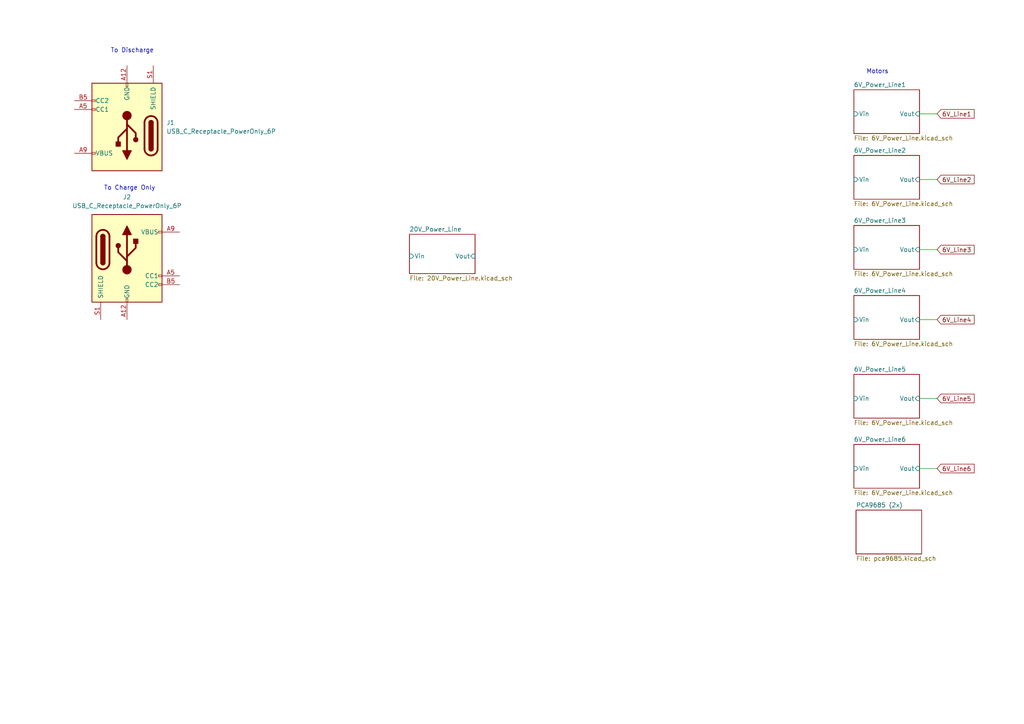
<source format=kicad_sch>
(kicad_sch (version 20250114) (generator "eeschema") (generator_version "9.0")
  (paper "A4")
  (lib_symbols
    (symbol "Connector:USB_C_Receptacle_PowerOnly_6P" (pin_names (offset 1.016))
      (property "Reference" "J" (at 0 16.51 0))
      (property "Value" "USB_C_Receptacle_PowerOnly_6P" (at 0 13.97 0))
      (symbol "USB_C_Receptacle_PowerOnly_6P_0_0"
        (rectangle (start -0.254 -12.7) (end 0.254 -11.684))
        (rectangle (start 10.16 7.874) (end 9.144 7.366))
        (rectangle (start 10.16 -4.826) (end 9.144 -5.334))
        (rectangle (start 10.16 -7.366) (end 9.144 -7.874))
      )
      (symbol "USB_C_Receptacle_PowerOnly_6P_0_1"
        (rectangle (start -10.16 12.7) (end 10.16 -12.7) (stroke (width 0.254)) (fill (type background)))
        (polyline (pts (xy -8.89 -1.27) (xy -8.89 6.35)) (stroke (width 0.508)))
        (rectangle (start -7.62 -1.27) (end -6.35 6.35) (stroke (width 0.254)) (fill (type outline)))
        (arc (start -7.62 6.35) (mid -6.985 6.9823) (end -6.35 6.35) (stroke (width 0.254)))
        (arc (start -7.62 6.35) (mid -6.985 6.9823) (end -6.35 6.35) (stroke (width 0.254)) (fill (type outline)))
        (arc (start -8.89 6.35) (mid -6.985 8.2467) (end -5.08 6.35) (stroke (width 0.508)))
        (arc (start -5.08 -1.27) (mid -6.985 -3.1667) (end -8.89 -1.27) (stroke (width 0.508)))
        (arc (start -6.35 -1.27) (mid -6.985 -1.9023) (end -7.62 -1.27) (stroke (width 0.254)))
        (arc (start -6.35 -1.27) (mid -6.985 -1.9023) (end -7.62 -1.27) (stroke (width 0.254)) (fill (type outline)))
        (polyline (pts (xy -5.08 6.35) (xy -5.08 -1.27)) (stroke (width 0.508)))
        (circle (center -2.54 3.683) (radius 0.635) (stroke (width 0.254)) (fill (type outline)))
        (polyline (pts (xy -1.27 6.858) (xy 0 9.398) (xy 1.27 6.858) (xy -1.27 6.858)) (stroke (width 0.254)) (fill (type outline)))
        (polyline (pts (xy 0 0.508) (xy 2.54 3.048) (xy 2.54 4.318)) (stroke (width 0.508)))
        (polyline (pts (xy 0 -0.762) (xy -2.54 1.778) (xy -2.54 3.048)) (stroke (width 0.508)))
        (polyline (pts (xy 0 -3.302) (xy 0 6.858)) (stroke (width 0.508)))
        (circle (center 0 -3.302) (radius 1.27) (fill (type outline)))
        (rectangle (start 1.905 4.318) (end 3.175 5.588) (stroke (width 0.254)) (fill (type outline)))
      )
      (symbol "USB_C_Receptacle_PowerOnly_6P_1_1"
        (pin passive line (at -7.62 -17.78 90) (length 5.08) (name "SHIELD") (number "S1"))
        (pin passive line (at 0 -17.78 90) (length 5.08) (name "GND") (number "A12"))
        (pin passive line (at 0 -17.78 90) (length 5.08) (hide yes) (name "GND") (number "B12"))
        (pin passive line (at 15.24 7.62 180) (length 5.08) (name "VBUS") (number "A9"))
        (pin passive line (at 15.24 7.62 180) (length 5.08) (hide yes) (name "VBUS") (number "B9"))
        (pin bidirectional line (at 15.24 -5.08 180) (length 5.08) (name "CC1") (number "A5"))
        (pin bidirectional line (at 15.24 -7.62 180) (length 5.08) (name "CC2") (number "B5"))
      )
    )
  )
  (text "Motors" (at 254.508 20.828 0) (effects (font (size 1.27 1.27))))
  (text "To Charge Only" (at 37.592 54.61 0) (effects (font (size 1.27 1.27))))
  (text "To Discharge" (at 38.354 14.732 0) (effects (font (size 1.27 1.27))))
  (wire (pts (xy 271.78 135.89) (xy 266.7 135.89)))
  (wire (pts (xy 271.78 33.02) (xy 266.7 33.02)))
  (wire (pts (xy 271.78 52.07) (xy 266.7 52.07)))
  (wire (pts (xy 271.78 92.71) (xy 266.7 92.71)))
  (wire (pts (xy 271.78 115.57) (xy 266.7 115.57)))
  (wire (pts (xy 271.78 72.39) (xy 266.7 72.39)))
  (global_label "6V_Line2" (shape input) (at 271.78 52.07 0) (property "Intersheetrefs" "${INTERSHEET_REFS}" (effects (hide yes))))
  (global_label "6V_Line4" (shape input) (at 271.78 92.71 0) (property "Intersheetrefs" "${INTERSHEET_REFS}" (effects (hide yes))))
  (global_label "6V_Line3" (shape input) (at 271.78 72.39 0) (property "Intersheetrefs" "${INTERSHEET_REFS}" (effects (hide yes))))
  (global_label "6V_Line1" (shape input) (at 271.78 33.02 0) (property "Intersheetrefs" "${INTERSHEET_REFS}" (effects (hide yes))))
  (global_label "6V_Line5" (shape input) (at 271.78 115.57 0) (property "Intersheetrefs" "${INTERSHEET_REFS}" (effects (hide yes))))
  (global_label "6V_Line6" (shape input) (at 271.78 135.89 0) (property "Intersheetrefs" "${INTERSHEET_REFS}" (effects (hide yes))))
  (symbol (lib_id "Connector:USB_C_Receptacle_PowerOnly_6P") (at 36.83 36.83 180) (unit 1) (on_board no)
    (property "Reference" "J1" (at 48.26 35.5599 0) (effects (justify right)))
    (property "Value" "USB_C_Receptacle_PowerOnly_6P" (at 48.26 38.0999 0) (effects (justify right)))
    (property "Footprint" "Connector_USB:USB_C_Receptacle_HRO_TYPE-C-31-M-17" (effects (hide yes)))
    (property "Datasheet" "https://www.usb.org/sites/default/files/documents/usb_type-c.zip" (effects (hide yes)))
    (property "Description" "USB Power-Only 6P Type-C Receptacle connector" (effects (hide yes)))
  )
  (symbol (lib_id "Connector:USB_C_Receptacle_PowerOnly_6P") (at 36.83 74.93 0) (unit 1) (on_board no)
    (property "Reference" "J2" (at 36.83 57.15 0))
    (property "Value" "USB_C_Receptacle_PowerOnly_6P" (at 36.83 59.69 0))
    (property "Footprint" "Connector_USB:USB_C_Receptacle_HRO_TYPE-C-31-M-17" (effects (hide yes)))
    (property "Datasheet" "https://www.usb.org/sites/default/files/documents/usb_type-c.zip" (effects (hide yes)))
    (property "Description" "USB Power-Only 6P Type-C Receptacle connector" (effects (hide yes)))
  )
  (sheet (at 248.285 147.955) (size 19.05 12.7) (stroke (width 0.1524))
    (property "Sheetname" "PCA9685 (2x)" (at 248.285 147.2434 0) (effects (justify left bottom)))
    (property "Sheetfile" "pca9685.kicad_sch" (at 248.285 161.2396 0) (effects (justify left top)))
  )
  (sheet (at 247.65 85.725) (size 19.05 12.7) (stroke (width 0.1524))
    (property "Sheetname" "6V_Power_Line4" (at 247.65 85.0134 0) (effects (justify left bottom)))
    (property "Sheetfile" "6V_Power_Line.kicad_sch" (at 247.65 99.0096 0) (effects (justify left top)))
    (pin "Vin" input (at 247.65 92.71 180))
    (pin "Vout" input (at 266.7 92.71 0))
  )
  (sheet (at 247.65 65.405) (size 19.05 12.7) (stroke (width 0.1524))
    (property "Sheetname" "6V_Power_Line3" (at 247.65 64.6934 0) (effects (justify left bottom)))
    (property "Sheetfile" "6V_Power_Line.kicad_sch" (at 247.65 78.6896 0) (effects (justify left top)))
    (pin "Vin" input (at 247.65 72.39 180))
    (pin "Vout" input (at 266.7 72.39 0))
  )
  (sheet (at 247.65 26.035) (size 19.05 12.7) (stroke (width 0.1524))
    (property "Sheetname" "6V_Power_Line1" (at 247.65 25.3234 0) (effects (justify left bottom)))
    (property "Sheetfile" "6V_Power_Line.kicad_sch" (at 247.65 39.3196 0) (effects (justify left top)))
    (pin "Vin" input (at 247.65 33.02 180))
    (pin "Vout" input (at 266.7 33.02 0))
  )
  (sheet (at 247.65 128.905) (size 19.05 12.7) (stroke (width 0.1524))
    (property "Sheetname" "6V_Power_Line6" (at 247.65 128.1934 0) (effects (justify left bottom)))
    (property "Sheetfile" "6V_Power_Line.kicad_sch" (at 247.65 142.1896 0) (effects (justify left top)))
    (pin "Vin" input (at 247.65 135.89 180))
    (pin "Vout" input (at 266.7 135.89 0))
  )
  (sheet (at 118.745 67.945) (size 19.05 11.43) (stroke (width 0.1524))
    (property "Sheetname" "20V_Power_Line" (at 118.745 67.2334 0) (effects (justify left bottom)))
    (property "Sheetfile" "20V_Power_Line.kicad_sch" (at 118.745 79.9596 0) (effects (justify left top)))
    (pin "Vin" input (at 118.745 74.295 180))
    (pin "Vout" input (at 137.795 74.295 0))
  )
  (sheet (at 247.65 108.585) (size 19.05 12.7) (stroke (width 0.1524))
    (property "Sheetname" "6V_Power_Line5" (at 247.65 107.8734 0) (effects (justify left bottom)))
    (property "Sheetfile" "6V_Power_Line.kicad_sch" (at 247.65 121.8696 0) (effects (justify left top)))
    (pin "Vin" input (at 247.65 115.57 180))
    (pin "Vout" input (at 266.7 115.57 0))
  )
  (sheet (at 247.65 45.085) (size 19.05 12.7) (stroke (width 0.1524))
    (property "Sheetname" "6V_Power_Line2" (at 247.65 44.3734 0) (effects (justify left bottom)))
    (property "Sheetfile" "6V_Power_Line.kicad_sch" (at 247.65 58.3696 0) (effects (justify left top)))
    (pin "Vin" input (at 247.65 52.07 180))
    (pin "Vout" input (at 266.7 52.07 0))
  )
)
</source>
